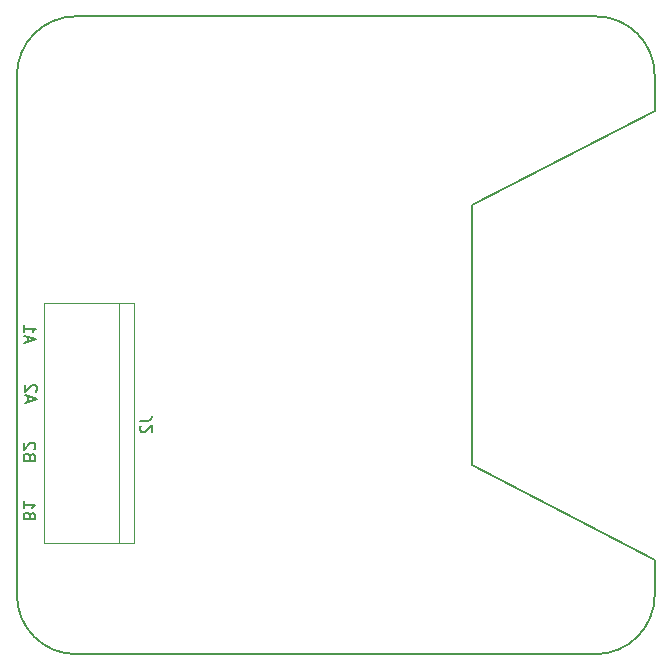
<source format=gbo>
G04 #@! TF.GenerationSoftware,KiCad,Pcbnew,5.1.5-52549c5~84~ubuntu18.04.1*
G04 #@! TF.CreationDate,2020-02-10T01:03:59+09:00*
G04 #@! TF.ProjectId,I2CMotorsForM5Stack,4932434d-6f74-46f7-9273-466f724d3553,rev?*
G04 #@! TF.SameCoordinates,Original*
G04 #@! TF.FileFunction,Legend,Bot*
G04 #@! TF.FilePolarity,Positive*
%FSLAX46Y46*%
G04 Gerber Fmt 4.6, Leading zero omitted, Abs format (unit mm)*
G04 Created by KiCad (PCBNEW 5.1.5-52549c5~84~ubuntu18.04.1) date 2020-02-10 01:03:59*
%MOMM*%
%LPD*%
G04 APERTURE LIST*
%ADD10C,0.150000*%
%ADD11C,0.200000*%
%ADD12C,0.120000*%
%ADD13O,2.100000X2.100000*%
%ADD14R,2.100000X2.100000*%
%ADD15C,3.400000*%
%ADD16R,3.400000X3.400000*%
%ADD17C,3.600000*%
%ADD18C,2.600000*%
G04 APERTURE END LIST*
D10*
X848028Y-27728161D02*
X800409Y-27585304D01*
X752790Y-27537685D01*
X657552Y-27490066D01*
X514695Y-27490066D01*
X419457Y-27537685D01*
X371838Y-27585304D01*
X324219Y-27680542D01*
X324219Y-28061495D01*
X1324219Y-28061495D01*
X1324219Y-27728161D01*
X1276600Y-27632923D01*
X1228980Y-27585304D01*
X1133742Y-27537685D01*
X1038504Y-27537685D01*
X943266Y-27585304D01*
X895647Y-27632923D01*
X848028Y-27728161D01*
X848028Y-28061495D01*
X324219Y-26537685D02*
X324219Y-27109114D01*
X324219Y-26823400D02*
X1324219Y-26823400D01*
X1181361Y-26918638D01*
X1086123Y-27013876D01*
X1038504Y-27109114D01*
X848028Y-22753161D02*
X800409Y-22610304D01*
X752790Y-22562685D01*
X657552Y-22515066D01*
X514695Y-22515066D01*
X419457Y-22562685D01*
X371838Y-22610304D01*
X324219Y-22705542D01*
X324219Y-23086495D01*
X1324219Y-23086495D01*
X1324219Y-22753161D01*
X1276600Y-22657923D01*
X1228980Y-22610304D01*
X1133742Y-22562685D01*
X1038504Y-22562685D01*
X943266Y-22610304D01*
X895647Y-22657923D01*
X848028Y-22753161D01*
X848028Y-23086495D01*
X1228980Y-22134114D02*
X1276600Y-22086495D01*
X1324219Y-21991257D01*
X1324219Y-21753161D01*
X1276600Y-21657923D01*
X1228980Y-21610304D01*
X1133742Y-21562685D01*
X1038504Y-21562685D01*
X895647Y-21610304D01*
X324219Y-22181733D01*
X324219Y-21562685D01*
X709933Y-18087685D02*
X709933Y-17611495D01*
X424219Y-18182923D02*
X1424219Y-17849590D01*
X424219Y-17516257D01*
X1328980Y-17230542D02*
X1376600Y-17182923D01*
X1424219Y-17087685D01*
X1424219Y-16849590D01*
X1376600Y-16754352D01*
X1328980Y-16706733D01*
X1233742Y-16659114D01*
X1138504Y-16659114D01*
X995647Y-16706733D01*
X424219Y-17278161D01*
X424219Y-16659114D01*
X659933Y-13062685D02*
X659933Y-12586495D01*
X374219Y-13157923D02*
X1374219Y-12824590D01*
X374219Y-12491257D01*
X374219Y-11634114D02*
X374219Y-12205542D01*
X374219Y-11919828D02*
X1374219Y-11919828D01*
X1231361Y-12015066D01*
X1136123Y-12110304D01*
X1088504Y-12205542D01*
X53752800Y9534800D02*
X53752800Y6534800D01*
X38252800Y-23465200D02*
X53752800Y-31465200D01*
X38252800Y-1465200D02*
X38252800Y-23465200D01*
X53752800Y6534800D02*
X38252800Y-1465200D01*
X4752800Y14534800D02*
X48752800Y14534800D01*
D11*
X53752800Y-31465200D02*
X53752800Y-34465200D01*
D10*
X-247200Y-34465200D02*
X-247200Y9534800D01*
X48752800Y-39465200D02*
X4752800Y-39465200D01*
D12*
X9686800Y-9733400D02*
X9686800Y-30053400D01*
X2066800Y-9733400D02*
X2066800Y-30053400D01*
X8416800Y-30053400D02*
X8416800Y-9733400D01*
X9686800Y-30053400D02*
X2066800Y-30053400D01*
X2066800Y-9733400D02*
X9686800Y-9733400D01*
D10*
X-247200Y9534800D02*
G75*
G02X4752800Y14534800I5000000J0D01*
G01*
X53752800Y-34465200D02*
G75*
G02X48752800Y-39465200I-5000000J0D01*
G01*
X4752800Y-39465200D02*
G75*
G02X-247200Y-34465200I0J5000000D01*
G01*
X48752800Y14534800D02*
G75*
G02X53752800Y9534800I0J-5000000D01*
G01*
X10179180Y-19690066D02*
X10893466Y-19690066D01*
X11036323Y-19642447D01*
X11131561Y-19547209D01*
X11179180Y-19404352D01*
X11179180Y-19309114D01*
X10274419Y-20118638D02*
X10226800Y-20166257D01*
X10179180Y-20261495D01*
X10179180Y-20499590D01*
X10226800Y-20594828D01*
X10274419Y-20642447D01*
X10369657Y-20690066D01*
X10464895Y-20690066D01*
X10607752Y-20642447D01*
X11179180Y-20071019D01*
X11179180Y-20690066D01*
%LPC*%
D13*
X27416800Y-25528400D03*
X24876800Y-25528400D03*
X27416800Y-22988400D03*
X24876800Y-22988400D03*
X27416800Y-20448400D03*
D14*
X24876800Y-20448400D03*
D15*
X5876800Y-27513400D03*
D16*
X5876800Y-12273400D03*
D15*
X5876800Y-22433400D03*
X5876800Y-17353400D03*
D17*
X4752800Y9534800D03*
X48752800Y9534800D03*
X4752800Y-34465200D03*
X48752800Y-34465200D03*
D18*
X8752800Y9534800D03*
X44752800Y9534800D03*
X8752800Y-34465200D03*
X44752800Y-34465200D03*
M02*

</source>
